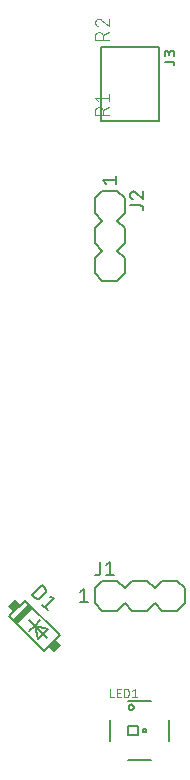
<source format=gbr>
G04 EAGLE Gerber RS-274X export*
G75*
%MOMM*%
%FSLAX34Y34*%
%LPD*%
%INSilkscreen Top*%
%IPPOS*%
%AMOC8*
5,1,8,0,0,1.08239X$1,22.5*%
G01*
%ADD10C,0.152400*%
%ADD11C,0.127000*%
%ADD12C,0.203200*%
%ADD13C,0.050800*%
%ADD14C,0.101600*%
%ADD15C,0.177800*%
%ADD16R,0.508000X1.870000*%
%ADD17R,0.635000X0.850000*%


D10*
X222250Y266700D02*
X234950Y266700D01*
X241300Y260350D01*
X241300Y247650D02*
X234950Y241300D01*
X241300Y260350D02*
X247650Y266700D01*
X260350Y266700D01*
X266700Y260350D01*
X266700Y247650D02*
X260350Y241300D01*
X247650Y241300D01*
X241300Y247650D01*
X215900Y247650D02*
X215900Y260350D01*
X222250Y266700D01*
X215900Y247650D02*
X222250Y241300D01*
X234950Y241300D01*
X266700Y260350D02*
X273050Y266700D01*
X285750Y266700D01*
X292100Y260350D01*
X292100Y247650D02*
X285750Y241300D01*
X273050Y241300D01*
X266700Y247650D01*
X292100Y247650D02*
X292100Y260350D01*
D11*
X207010Y259715D02*
X203835Y257175D01*
X207010Y259715D02*
X207010Y248285D01*
X203835Y248285D02*
X210185Y248285D01*
X220345Y273685D02*
X220345Y282575D01*
X220345Y273685D02*
X220343Y273585D01*
X220337Y273486D01*
X220327Y273386D01*
X220314Y273288D01*
X220296Y273189D01*
X220275Y273092D01*
X220250Y272996D01*
X220221Y272900D01*
X220188Y272806D01*
X220152Y272713D01*
X220112Y272622D01*
X220068Y272532D01*
X220021Y272444D01*
X219971Y272358D01*
X219917Y272274D01*
X219860Y272192D01*
X219800Y272113D01*
X219736Y272035D01*
X219670Y271961D01*
X219601Y271889D01*
X219529Y271820D01*
X219455Y271754D01*
X219377Y271690D01*
X219298Y271630D01*
X219216Y271573D01*
X219132Y271519D01*
X219046Y271469D01*
X218958Y271422D01*
X218868Y271378D01*
X218777Y271338D01*
X218684Y271302D01*
X218590Y271269D01*
X218494Y271240D01*
X218398Y271215D01*
X218301Y271194D01*
X218202Y271176D01*
X218104Y271163D01*
X218004Y271153D01*
X217905Y271147D01*
X217805Y271145D01*
X216535Y271145D01*
X225754Y280035D02*
X228929Y282575D01*
X228929Y271145D01*
X225754Y271145D02*
X232104Y271145D01*
D10*
X241300Y577850D02*
X241300Y590550D01*
X241300Y577850D02*
X234950Y571500D01*
X222250Y571500D02*
X215900Y577850D01*
X234950Y571500D02*
X241300Y565150D01*
X241300Y552450D01*
X234950Y546100D01*
X222250Y546100D02*
X215900Y552450D01*
X215900Y565150D01*
X222250Y571500D01*
X222250Y596900D02*
X234950Y596900D01*
X241300Y590550D01*
X222250Y596900D02*
X215900Y590550D01*
X215900Y577850D01*
X234950Y546100D02*
X241300Y539750D01*
X241300Y527050D01*
X234950Y520700D01*
X222250Y520700D02*
X215900Y527050D01*
X215900Y539750D01*
X222250Y546100D01*
X222250Y520700D02*
X234950Y520700D01*
D11*
X225425Y602615D02*
X222885Y605790D01*
X234315Y605790D01*
X234315Y602615D02*
X234315Y608965D01*
X245745Y584506D02*
X254635Y584506D01*
X254735Y584504D01*
X254834Y584498D01*
X254934Y584488D01*
X255032Y584475D01*
X255131Y584457D01*
X255228Y584436D01*
X255324Y584411D01*
X255420Y584382D01*
X255514Y584349D01*
X255607Y584313D01*
X255698Y584273D01*
X255788Y584229D01*
X255876Y584182D01*
X255962Y584132D01*
X256046Y584078D01*
X256128Y584021D01*
X256207Y583961D01*
X256285Y583897D01*
X256359Y583831D01*
X256431Y583762D01*
X256500Y583690D01*
X256566Y583616D01*
X256630Y583538D01*
X256690Y583459D01*
X256747Y583377D01*
X256801Y583293D01*
X256851Y583207D01*
X256898Y583119D01*
X256942Y583029D01*
X256982Y582938D01*
X257018Y582845D01*
X257051Y582751D01*
X257080Y582655D01*
X257105Y582559D01*
X257126Y582462D01*
X257144Y582363D01*
X257157Y582265D01*
X257167Y582165D01*
X257173Y582066D01*
X257175Y581966D01*
X257175Y580696D01*
X245745Y593408D02*
X245747Y593512D01*
X245753Y593617D01*
X245762Y593721D01*
X245775Y593824D01*
X245793Y593927D01*
X245813Y594029D01*
X245838Y594131D01*
X245866Y594231D01*
X245898Y594331D01*
X245934Y594429D01*
X245973Y594526D01*
X246015Y594621D01*
X246061Y594715D01*
X246111Y594807D01*
X246163Y594897D01*
X246219Y594985D01*
X246279Y595071D01*
X246341Y595155D01*
X246406Y595236D01*
X246474Y595315D01*
X246546Y595392D01*
X246619Y595465D01*
X246696Y595537D01*
X246775Y595605D01*
X246856Y595670D01*
X246940Y595732D01*
X247026Y595792D01*
X247114Y595848D01*
X247204Y595900D01*
X247296Y595950D01*
X247390Y595996D01*
X247485Y596038D01*
X247582Y596077D01*
X247680Y596113D01*
X247780Y596145D01*
X247880Y596173D01*
X247982Y596198D01*
X248084Y596218D01*
X248187Y596236D01*
X248290Y596249D01*
X248394Y596258D01*
X248499Y596264D01*
X248603Y596266D01*
X245745Y593408D02*
X245747Y593290D01*
X245753Y593171D01*
X245762Y593053D01*
X245775Y592936D01*
X245793Y592819D01*
X245813Y592702D01*
X245838Y592586D01*
X245866Y592471D01*
X245899Y592358D01*
X245934Y592245D01*
X245974Y592133D01*
X246016Y592023D01*
X246063Y591914D01*
X246113Y591806D01*
X246166Y591701D01*
X246223Y591597D01*
X246283Y591495D01*
X246346Y591395D01*
X246413Y591297D01*
X246482Y591201D01*
X246555Y591108D01*
X246631Y591017D01*
X246709Y590928D01*
X246791Y590842D01*
X246875Y590759D01*
X246961Y590678D01*
X247051Y590601D01*
X247142Y590526D01*
X247236Y590454D01*
X247333Y590385D01*
X247431Y590320D01*
X247532Y590257D01*
X247635Y590198D01*
X247739Y590142D01*
X247845Y590090D01*
X247953Y590041D01*
X248062Y589996D01*
X248173Y589954D01*
X248285Y589916D01*
X250825Y595313D02*
X250750Y595389D01*
X250671Y595464D01*
X250590Y595535D01*
X250506Y595604D01*
X250420Y595669D01*
X250332Y595731D01*
X250242Y595791D01*
X250150Y595847D01*
X250055Y595900D01*
X249959Y595949D01*
X249861Y595995D01*
X249762Y596038D01*
X249661Y596077D01*
X249559Y596112D01*
X249456Y596144D01*
X249352Y596172D01*
X249247Y596197D01*
X249140Y596218D01*
X249034Y596235D01*
X248927Y596248D01*
X248819Y596257D01*
X248711Y596263D01*
X248603Y596265D01*
X250825Y595313D02*
X257175Y589915D01*
X257175Y596265D01*
D12*
X244764Y159700D02*
X244766Y159794D01*
X244772Y159888D01*
X244782Y159982D01*
X244796Y160075D01*
X244814Y160168D01*
X244835Y160260D01*
X244861Y160350D01*
X244890Y160440D01*
X244923Y160528D01*
X244960Y160615D01*
X245000Y160700D01*
X245044Y160784D01*
X245092Y160865D01*
X245142Y160945D01*
X245197Y161022D01*
X245254Y161097D01*
X245314Y161169D01*
X245378Y161239D01*
X245444Y161306D01*
X245513Y161370D01*
X245585Y161431D01*
X245659Y161489D01*
X245736Y161544D01*
X245815Y161596D01*
X245896Y161644D01*
X245979Y161689D01*
X246063Y161730D01*
X246150Y161768D01*
X246238Y161802D01*
X246327Y161832D01*
X246417Y161859D01*
X246509Y161881D01*
X246601Y161900D01*
X246695Y161915D01*
X246788Y161926D01*
X246882Y161933D01*
X246976Y161936D01*
X247071Y161935D01*
X247165Y161930D01*
X247259Y161921D01*
X247352Y161908D01*
X247445Y161891D01*
X247537Y161871D01*
X247628Y161846D01*
X247718Y161818D01*
X247806Y161786D01*
X247894Y161750D01*
X247979Y161710D01*
X248063Y161667D01*
X248145Y161621D01*
X248225Y161571D01*
X248303Y161517D01*
X248378Y161461D01*
X248451Y161401D01*
X248522Y161338D01*
X248589Y161273D01*
X248654Y161204D01*
X248716Y161133D01*
X248775Y161060D01*
X248831Y160984D01*
X248883Y160905D01*
X248932Y160825D01*
X248978Y160742D01*
X249020Y160658D01*
X249059Y160572D01*
X249094Y160484D01*
X249125Y160395D01*
X249153Y160305D01*
X249176Y160214D01*
X249196Y160122D01*
X249212Y160029D01*
X249224Y159935D01*
X249232Y159841D01*
X249236Y159747D01*
X249236Y159653D01*
X249232Y159559D01*
X249224Y159465D01*
X249212Y159371D01*
X249196Y159278D01*
X249176Y159186D01*
X249153Y159095D01*
X249125Y159005D01*
X249094Y158916D01*
X249059Y158828D01*
X249020Y158742D01*
X248978Y158658D01*
X248932Y158575D01*
X248883Y158495D01*
X248831Y158416D01*
X248775Y158340D01*
X248716Y158267D01*
X248654Y158196D01*
X248589Y158127D01*
X248522Y158062D01*
X248451Y157999D01*
X248378Y157939D01*
X248303Y157883D01*
X248225Y157829D01*
X248145Y157779D01*
X248063Y157733D01*
X247979Y157690D01*
X247894Y157650D01*
X247806Y157614D01*
X247718Y157582D01*
X247628Y157554D01*
X247537Y157529D01*
X247445Y157509D01*
X247352Y157492D01*
X247259Y157479D01*
X247165Y157470D01*
X247071Y157465D01*
X246976Y157464D01*
X246882Y157467D01*
X246788Y157474D01*
X246695Y157485D01*
X246601Y157500D01*
X246509Y157519D01*
X246417Y157541D01*
X246327Y157568D01*
X246238Y157598D01*
X246150Y157632D01*
X246063Y157670D01*
X245979Y157711D01*
X245896Y157756D01*
X245815Y157804D01*
X245736Y157856D01*
X245659Y157911D01*
X245585Y157969D01*
X245513Y158030D01*
X245444Y158094D01*
X245378Y158161D01*
X245314Y158231D01*
X245254Y158303D01*
X245197Y158378D01*
X245142Y158455D01*
X245092Y158535D01*
X245044Y158616D01*
X245000Y158700D01*
X244960Y158785D01*
X244923Y158872D01*
X244890Y158960D01*
X244861Y159050D01*
X244835Y159140D01*
X244814Y159232D01*
X244796Y159325D01*
X244782Y159418D01*
X244772Y159512D01*
X244766Y159606D01*
X244764Y159700D01*
X244000Y164700D02*
X264000Y164700D01*
X264000Y114700D02*
X244000Y114700D01*
X229000Y130700D02*
X229000Y148700D01*
X279000Y148700D02*
X279000Y130700D01*
X243840Y135890D02*
X243840Y143510D01*
X252730Y143510D01*
X252730Y135890D01*
X243840Y135890D01*
X256540Y138430D02*
X256540Y140970D01*
X259080Y140970D01*
X259080Y138430D01*
X256540Y138430D01*
D13*
X228854Y167894D02*
X228854Y175006D01*
X228854Y167894D02*
X232015Y167894D01*
X234798Y167894D02*
X237958Y167894D01*
X234798Y167894D02*
X234798Y175006D01*
X237958Y175006D01*
X237168Y171845D02*
X234798Y171845D01*
X240729Y175006D02*
X240729Y167894D01*
X240729Y175006D02*
X242704Y175006D01*
X242790Y175004D01*
X242876Y174998D01*
X242962Y174989D01*
X243047Y174976D01*
X243132Y174959D01*
X243215Y174939D01*
X243298Y174915D01*
X243380Y174887D01*
X243460Y174856D01*
X243539Y174821D01*
X243616Y174783D01*
X243692Y174741D01*
X243766Y174697D01*
X243837Y174649D01*
X243907Y174598D01*
X243974Y174544D01*
X244039Y174487D01*
X244101Y174427D01*
X244161Y174365D01*
X244218Y174300D01*
X244272Y174233D01*
X244323Y174163D01*
X244371Y174092D01*
X244415Y174018D01*
X244457Y173942D01*
X244495Y173865D01*
X244530Y173786D01*
X244561Y173706D01*
X244589Y173624D01*
X244613Y173541D01*
X244633Y173458D01*
X244650Y173373D01*
X244663Y173288D01*
X244672Y173202D01*
X244678Y173116D01*
X244680Y173030D01*
X244680Y169870D01*
X244678Y169784D01*
X244672Y169698D01*
X244663Y169612D01*
X244650Y169527D01*
X244633Y169442D01*
X244613Y169359D01*
X244589Y169276D01*
X244561Y169194D01*
X244530Y169114D01*
X244495Y169035D01*
X244457Y168958D01*
X244415Y168882D01*
X244371Y168808D01*
X244323Y168737D01*
X244272Y168667D01*
X244218Y168600D01*
X244161Y168535D01*
X244101Y168473D01*
X244039Y168413D01*
X243974Y168356D01*
X243907Y168302D01*
X243837Y168251D01*
X243766Y168203D01*
X243692Y168159D01*
X243616Y168117D01*
X243539Y168079D01*
X243460Y168044D01*
X243380Y168013D01*
X243298Y167985D01*
X243215Y167961D01*
X243132Y167941D01*
X243047Y167924D01*
X242962Y167911D01*
X242876Y167902D01*
X242790Y167896D01*
X242704Y167894D01*
X240729Y167894D01*
X247815Y173426D02*
X249791Y175006D01*
X249791Y167894D01*
X251766Y167894D02*
X247815Y167894D01*
D14*
X228092Y661095D02*
X216408Y661095D01*
X216408Y664340D01*
X216410Y664453D01*
X216416Y664566D01*
X216426Y664679D01*
X216440Y664792D01*
X216457Y664904D01*
X216479Y665015D01*
X216504Y665125D01*
X216534Y665235D01*
X216567Y665343D01*
X216604Y665450D01*
X216644Y665556D01*
X216689Y665660D01*
X216737Y665763D01*
X216788Y665864D01*
X216843Y665963D01*
X216901Y666060D01*
X216963Y666155D01*
X217028Y666248D01*
X217096Y666338D01*
X217167Y666426D01*
X217242Y666512D01*
X217319Y666595D01*
X217399Y666675D01*
X217482Y666752D01*
X217568Y666827D01*
X217656Y666898D01*
X217746Y666966D01*
X217839Y667031D01*
X217934Y667093D01*
X218031Y667151D01*
X218130Y667206D01*
X218231Y667257D01*
X218334Y667305D01*
X218438Y667350D01*
X218544Y667390D01*
X218651Y667427D01*
X218759Y667460D01*
X218869Y667490D01*
X218979Y667515D01*
X219090Y667537D01*
X219202Y667554D01*
X219315Y667568D01*
X219428Y667578D01*
X219541Y667584D01*
X219654Y667586D01*
X219767Y667584D01*
X219880Y667578D01*
X219993Y667568D01*
X220106Y667554D01*
X220218Y667537D01*
X220329Y667515D01*
X220439Y667490D01*
X220549Y667460D01*
X220657Y667427D01*
X220764Y667390D01*
X220870Y667350D01*
X220974Y667305D01*
X221077Y667257D01*
X221178Y667206D01*
X221277Y667151D01*
X221374Y667093D01*
X221469Y667031D01*
X221562Y666966D01*
X221652Y666898D01*
X221740Y666827D01*
X221826Y666752D01*
X221909Y666675D01*
X221989Y666595D01*
X222066Y666512D01*
X222141Y666426D01*
X222212Y666338D01*
X222280Y666248D01*
X222345Y666155D01*
X222407Y666060D01*
X222465Y665963D01*
X222520Y665864D01*
X222571Y665763D01*
X222619Y665660D01*
X222664Y665556D01*
X222704Y665450D01*
X222741Y665343D01*
X222774Y665235D01*
X222804Y665125D01*
X222829Y665015D01*
X222851Y664904D01*
X222868Y664792D01*
X222882Y664679D01*
X222892Y664566D01*
X222898Y664453D01*
X222900Y664340D01*
X222899Y664340D02*
X222899Y661095D01*
X222899Y664989D02*
X228092Y667586D01*
X219004Y672451D02*
X216408Y675696D01*
X228092Y675696D01*
X228092Y672451D02*
X228092Y678942D01*
X228092Y724595D02*
X216408Y724595D01*
X216408Y727840D01*
X216410Y727953D01*
X216416Y728066D01*
X216426Y728179D01*
X216440Y728292D01*
X216457Y728404D01*
X216479Y728515D01*
X216504Y728625D01*
X216534Y728735D01*
X216567Y728843D01*
X216604Y728950D01*
X216644Y729056D01*
X216689Y729160D01*
X216737Y729263D01*
X216788Y729364D01*
X216843Y729463D01*
X216901Y729560D01*
X216963Y729655D01*
X217028Y729748D01*
X217096Y729838D01*
X217167Y729926D01*
X217242Y730012D01*
X217319Y730095D01*
X217399Y730175D01*
X217482Y730252D01*
X217568Y730327D01*
X217656Y730398D01*
X217746Y730466D01*
X217839Y730531D01*
X217934Y730593D01*
X218031Y730651D01*
X218130Y730706D01*
X218231Y730757D01*
X218334Y730805D01*
X218438Y730850D01*
X218544Y730890D01*
X218651Y730927D01*
X218759Y730960D01*
X218869Y730990D01*
X218979Y731015D01*
X219090Y731037D01*
X219202Y731054D01*
X219315Y731068D01*
X219428Y731078D01*
X219541Y731084D01*
X219654Y731086D01*
X219767Y731084D01*
X219880Y731078D01*
X219993Y731068D01*
X220106Y731054D01*
X220218Y731037D01*
X220329Y731015D01*
X220439Y730990D01*
X220549Y730960D01*
X220657Y730927D01*
X220764Y730890D01*
X220870Y730850D01*
X220974Y730805D01*
X221077Y730757D01*
X221178Y730706D01*
X221277Y730651D01*
X221374Y730593D01*
X221469Y730531D01*
X221562Y730466D01*
X221652Y730398D01*
X221740Y730327D01*
X221826Y730252D01*
X221909Y730175D01*
X221989Y730095D01*
X222066Y730012D01*
X222141Y729926D01*
X222212Y729838D01*
X222280Y729748D01*
X222345Y729655D01*
X222407Y729560D01*
X222465Y729463D01*
X222520Y729364D01*
X222571Y729263D01*
X222619Y729160D01*
X222664Y729056D01*
X222704Y728950D01*
X222741Y728843D01*
X222774Y728735D01*
X222804Y728625D01*
X222829Y728515D01*
X222851Y728404D01*
X222868Y728292D01*
X222882Y728179D01*
X222892Y728066D01*
X222898Y727953D01*
X222900Y727840D01*
X222899Y727840D02*
X222899Y724595D01*
X222899Y728489D02*
X228092Y731086D01*
X219329Y742442D02*
X219222Y742440D01*
X219116Y742434D01*
X219010Y742424D01*
X218904Y742411D01*
X218798Y742393D01*
X218694Y742372D01*
X218590Y742347D01*
X218487Y742318D01*
X218386Y742286D01*
X218286Y742249D01*
X218187Y742209D01*
X218089Y742166D01*
X217993Y742119D01*
X217899Y742068D01*
X217807Y742014D01*
X217717Y741957D01*
X217629Y741897D01*
X217544Y741833D01*
X217461Y741766D01*
X217380Y741696D01*
X217302Y741624D01*
X217226Y741548D01*
X217154Y741470D01*
X217084Y741389D01*
X217017Y741306D01*
X216953Y741221D01*
X216893Y741133D01*
X216836Y741043D01*
X216782Y740951D01*
X216731Y740857D01*
X216684Y740761D01*
X216641Y740663D01*
X216601Y740564D01*
X216564Y740464D01*
X216532Y740363D01*
X216503Y740260D01*
X216478Y740156D01*
X216457Y740052D01*
X216439Y739946D01*
X216426Y739840D01*
X216416Y739734D01*
X216410Y739628D01*
X216408Y739521D01*
X216410Y739400D01*
X216416Y739279D01*
X216426Y739159D01*
X216439Y739038D01*
X216457Y738919D01*
X216478Y738799D01*
X216503Y738681D01*
X216532Y738564D01*
X216565Y738447D01*
X216601Y738332D01*
X216642Y738218D01*
X216685Y738105D01*
X216733Y737993D01*
X216784Y737884D01*
X216839Y737776D01*
X216897Y737669D01*
X216958Y737565D01*
X217023Y737463D01*
X217091Y737363D01*
X217162Y737265D01*
X217236Y737169D01*
X217313Y737076D01*
X217394Y736986D01*
X217477Y736898D01*
X217563Y736813D01*
X217652Y736730D01*
X217743Y736651D01*
X217837Y736574D01*
X217933Y736501D01*
X218031Y736431D01*
X218132Y736364D01*
X218235Y736300D01*
X218340Y736240D01*
X218447Y736182D01*
X218555Y736129D01*
X218665Y736079D01*
X218777Y736033D01*
X218890Y735990D01*
X219005Y735951D01*
X221601Y741468D02*
X221523Y741547D01*
X221443Y741623D01*
X221360Y741696D01*
X221274Y741766D01*
X221187Y741833D01*
X221096Y741897D01*
X221004Y741957D01*
X220910Y742015D01*
X220813Y742069D01*
X220715Y742119D01*
X220615Y742166D01*
X220514Y742210D01*
X220411Y742250D01*
X220306Y742286D01*
X220201Y742318D01*
X220094Y742347D01*
X219987Y742372D01*
X219878Y742394D01*
X219769Y742411D01*
X219660Y742425D01*
X219550Y742434D01*
X219439Y742440D01*
X219329Y742442D01*
X221601Y741468D02*
X228092Y735951D01*
X228092Y742442D01*
D12*
X270460Y718570D02*
X270460Y655570D01*
X221460Y655570D01*
X221460Y718570D01*
X270460Y718570D01*
D15*
X275209Y706002D02*
X281728Y706002D01*
X281812Y706000D01*
X281895Y705994D01*
X281978Y705985D01*
X282061Y705972D01*
X282143Y705955D01*
X282224Y705935D01*
X282304Y705911D01*
X282383Y705883D01*
X282460Y705852D01*
X282536Y705818D01*
X282611Y705780D01*
X282684Y705738D01*
X282754Y705694D01*
X282823Y705646D01*
X282890Y705596D01*
X282954Y705542D01*
X283015Y705486D01*
X283075Y705426D01*
X283131Y705365D01*
X283185Y705301D01*
X283235Y705234D01*
X283283Y705165D01*
X283327Y705095D01*
X283369Y705022D01*
X283407Y704947D01*
X283441Y704871D01*
X283472Y704794D01*
X283500Y704715D01*
X283524Y704635D01*
X283544Y704554D01*
X283561Y704472D01*
X283574Y704389D01*
X283584Y704306D01*
X283589Y704223D01*
X283591Y704139D01*
X283591Y703208D01*
X283591Y710734D02*
X283591Y713063D01*
X283589Y713158D01*
X283583Y713253D01*
X283574Y713347D01*
X283560Y713441D01*
X283543Y713535D01*
X283522Y713627D01*
X283497Y713719D01*
X283468Y713809D01*
X283436Y713899D01*
X283400Y713987D01*
X283360Y714073D01*
X283318Y714158D01*
X283271Y714241D01*
X283221Y714322D01*
X283168Y714400D01*
X283112Y714477D01*
X283053Y714551D01*
X282991Y714623D01*
X282926Y714692D01*
X282858Y714759D01*
X282788Y714822D01*
X282714Y714883D01*
X282639Y714941D01*
X282561Y714995D01*
X282481Y715047D01*
X282399Y715095D01*
X282316Y715139D01*
X282230Y715181D01*
X282143Y715218D01*
X282054Y715252D01*
X281964Y715283D01*
X281873Y715310D01*
X281781Y715333D01*
X281688Y715352D01*
X281594Y715367D01*
X281500Y715379D01*
X281405Y715387D01*
X281310Y715391D01*
X281216Y715391D01*
X281121Y715387D01*
X281026Y715379D01*
X280932Y715367D01*
X280838Y715352D01*
X280745Y715333D01*
X280653Y715310D01*
X280562Y715283D01*
X280472Y715252D01*
X280383Y715218D01*
X280296Y715181D01*
X280210Y715139D01*
X280127Y715095D01*
X280045Y715047D01*
X279965Y714995D01*
X279887Y714941D01*
X279812Y714883D01*
X279738Y714822D01*
X279668Y714759D01*
X279600Y714692D01*
X279535Y714623D01*
X279473Y714551D01*
X279414Y714477D01*
X279358Y714400D01*
X279305Y714322D01*
X279255Y714241D01*
X279208Y714158D01*
X279166Y714073D01*
X279126Y713987D01*
X279090Y713899D01*
X279058Y713809D01*
X279029Y713719D01*
X279004Y713627D01*
X278983Y713535D01*
X278966Y713441D01*
X278952Y713347D01*
X278943Y713253D01*
X278937Y713158D01*
X278935Y713063D01*
X275209Y713528D02*
X275209Y710734D01*
X275209Y713528D02*
X275211Y713613D01*
X275217Y713697D01*
X275226Y713782D01*
X275240Y713865D01*
X275257Y713948D01*
X275278Y714031D01*
X275303Y714112D01*
X275331Y714192D01*
X275363Y714270D01*
X275399Y714347D01*
X275438Y714423D01*
X275480Y714496D01*
X275526Y714567D01*
X275575Y714637D01*
X275627Y714704D01*
X275682Y714768D01*
X275740Y714830D01*
X275800Y714890D01*
X275864Y714946D01*
X275929Y715000D01*
X275998Y715050D01*
X276068Y715097D01*
X276141Y715141D01*
X276215Y715182D01*
X276291Y715219D01*
X276369Y715253D01*
X276448Y715283D01*
X276529Y715310D01*
X276610Y715333D01*
X276693Y715352D01*
X276776Y715367D01*
X276860Y715379D01*
X276945Y715387D01*
X277030Y715391D01*
X277114Y715391D01*
X277199Y715387D01*
X277284Y715379D01*
X277368Y715367D01*
X277451Y715352D01*
X277534Y715333D01*
X277615Y715310D01*
X277696Y715283D01*
X277775Y715253D01*
X277853Y715219D01*
X277929Y715182D01*
X278004Y715141D01*
X278076Y715097D01*
X278146Y715050D01*
X278215Y715000D01*
X278280Y714946D01*
X278344Y714890D01*
X278404Y714830D01*
X278462Y714768D01*
X278517Y714704D01*
X278569Y714637D01*
X278618Y714567D01*
X278664Y714496D01*
X278706Y714423D01*
X278745Y714347D01*
X278781Y714270D01*
X278813Y714192D01*
X278841Y714112D01*
X278866Y714031D01*
X278887Y713948D01*
X278904Y713865D01*
X278918Y713782D01*
X278927Y713697D01*
X278933Y713613D01*
X278935Y713528D01*
X278934Y713528D02*
X278934Y711666D01*
D10*
X143873Y236817D02*
X173317Y207373D01*
X186327Y220383D01*
X156883Y249827D01*
X143873Y236817D01*
X160610Y233090D02*
X165100Y228600D01*
X176774Y225906D02*
X167794Y216926D01*
X165100Y228600D01*
X175876Y217824D01*
X176774Y225906D02*
X165100Y228600D01*
X169590Y233090D01*
X165100Y228600D02*
X160610Y224110D01*
D16*
G36*
X150301Y229965D02*
X146709Y233557D01*
X159931Y246779D01*
X163523Y243187D01*
X150301Y229965D01*
G37*
D17*
G36*
X181307Y206383D02*
X176817Y210873D01*
X182827Y216883D01*
X187317Y212393D01*
X181307Y206383D01*
G37*
G36*
X147373Y240317D02*
X142883Y244807D01*
X148893Y250817D01*
X153383Y246327D01*
X147373Y240317D01*
G37*
D11*
X163304Y254643D02*
X171386Y262725D01*
X173631Y260480D01*
X173708Y260400D01*
X173782Y260318D01*
X173853Y260233D01*
X173922Y260146D01*
X173987Y260056D01*
X174049Y259964D01*
X174108Y259870D01*
X174163Y259774D01*
X174215Y259676D01*
X174264Y259577D01*
X174309Y259476D01*
X174350Y259373D01*
X174388Y259269D01*
X174422Y259163D01*
X174453Y259057D01*
X174480Y258949D01*
X174503Y258841D01*
X174522Y258732D01*
X174537Y258622D01*
X174549Y258512D01*
X174557Y258401D01*
X174561Y258290D01*
X174561Y258180D01*
X174557Y258069D01*
X174549Y257958D01*
X174537Y257848D01*
X174522Y257738D01*
X174503Y257629D01*
X174480Y257521D01*
X174453Y257413D01*
X174422Y257307D01*
X174388Y257201D01*
X174350Y257097D01*
X174309Y256994D01*
X174264Y256893D01*
X174215Y256794D01*
X174163Y256696D01*
X174108Y256600D01*
X174049Y256506D01*
X173987Y256414D01*
X173922Y256324D01*
X173853Y256237D01*
X173782Y256152D01*
X173708Y256070D01*
X173631Y255990D01*
X170039Y252398D01*
X169959Y252321D01*
X169877Y252247D01*
X169792Y252176D01*
X169705Y252107D01*
X169615Y252042D01*
X169523Y251980D01*
X169429Y251922D01*
X169333Y251866D01*
X169235Y251814D01*
X169136Y251765D01*
X169035Y251720D01*
X168932Y251679D01*
X168828Y251641D01*
X168722Y251607D01*
X168616Y251576D01*
X168508Y251549D01*
X168400Y251526D01*
X168291Y251507D01*
X168181Y251492D01*
X168071Y251480D01*
X167960Y251472D01*
X167849Y251468D01*
X167739Y251468D01*
X167628Y251472D01*
X167517Y251480D01*
X167407Y251492D01*
X167297Y251507D01*
X167188Y251526D01*
X167080Y251549D01*
X166972Y251576D01*
X166866Y251607D01*
X166760Y251641D01*
X166656Y251679D01*
X166553Y251720D01*
X166452Y251765D01*
X166353Y251814D01*
X166255Y251866D01*
X166159Y251922D01*
X166065Y251980D01*
X165973Y252042D01*
X165883Y252107D01*
X165796Y252176D01*
X165711Y252247D01*
X165629Y252321D01*
X165549Y252398D01*
X163304Y254643D01*
X177942Y252577D02*
X181983Y252128D01*
X173901Y244046D01*
X171656Y246291D02*
X176146Y241801D01*
M02*

</source>
